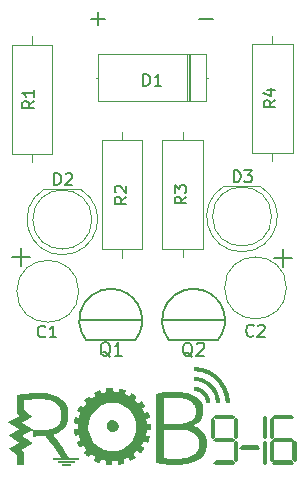
<source format=gbr>
%TF.GenerationSoftware,KiCad,Pcbnew,(7.0.0)*%
%TF.CreationDate,2023-03-16T10:54:00+00:00*%
%TF.ProjectId,kit-soldadura-pcb,6b69742d-736f-46c6-9461-647572612d70,rev?*%
%TF.SameCoordinates,Original*%
%TF.FileFunction,Legend,Top*%
%TF.FilePolarity,Positive*%
%FSLAX46Y46*%
G04 Gerber Fmt 4.6, Leading zero omitted, Abs format (unit mm)*
G04 Created by KiCad (PCBNEW (7.0.0)) date 2023-03-16 10:54:00*
%MOMM*%
%LPD*%
G01*
G04 APERTURE LIST*
%ADD10C,0.150000*%
%ADD11C,0.120000*%
%ADD12C,0.203200*%
G04 APERTURE END LIST*
D10*
X144098571Y-78469642D02*
X145241429Y-78469642D01*
X144670000Y-79041071D02*
X144670000Y-77898214D01*
X153208571Y-78469642D02*
X154351429Y-78469642D01*
%TO.C,D1*%
X148491905Y-84153517D02*
X148491905Y-83153517D01*
X148491905Y-83153517D02*
X148730000Y-83153517D01*
X148730000Y-83153517D02*
X148872857Y-83201137D01*
X148872857Y-83201137D02*
X148968095Y-83296375D01*
X148968095Y-83296375D02*
X149015714Y-83391613D01*
X149015714Y-83391613D02*
X149063333Y-83582089D01*
X149063333Y-83582089D02*
X149063333Y-83724946D01*
X149063333Y-83724946D02*
X149015714Y-83915422D01*
X149015714Y-83915422D02*
X148968095Y-84010660D01*
X148968095Y-84010660D02*
X148872857Y-84105898D01*
X148872857Y-84105898D02*
X148730000Y-84153517D01*
X148730000Y-84153517D02*
X148491905Y-84153517D01*
X150015714Y-84153517D02*
X149444286Y-84153517D01*
X149730000Y-84153517D02*
X149730000Y-83153517D01*
X149730000Y-83153517D02*
X149634762Y-83296375D01*
X149634762Y-83296375D02*
X149539524Y-83391613D01*
X149539524Y-83391613D02*
X149444286Y-83439232D01*
%TO.C,D2*%
X140958700Y-92528743D02*
X140958700Y-91528743D01*
X140958700Y-91528743D02*
X141196795Y-91528743D01*
X141196795Y-91528743D02*
X141339652Y-91576363D01*
X141339652Y-91576363D02*
X141434890Y-91671601D01*
X141434890Y-91671601D02*
X141482509Y-91766839D01*
X141482509Y-91766839D02*
X141530128Y-91957315D01*
X141530128Y-91957315D02*
X141530128Y-92100172D01*
X141530128Y-92100172D02*
X141482509Y-92290648D01*
X141482509Y-92290648D02*
X141434890Y-92385886D01*
X141434890Y-92385886D02*
X141339652Y-92481124D01*
X141339652Y-92481124D02*
X141196795Y-92528743D01*
X141196795Y-92528743D02*
X140958700Y-92528743D01*
X141911081Y-91623982D02*
X141958700Y-91576363D01*
X141958700Y-91576363D02*
X142053938Y-91528743D01*
X142053938Y-91528743D02*
X142292033Y-91528743D01*
X142292033Y-91528743D02*
X142387271Y-91576363D01*
X142387271Y-91576363D02*
X142434890Y-91623982D01*
X142434890Y-91623982D02*
X142482509Y-91719220D01*
X142482509Y-91719220D02*
X142482509Y-91814458D01*
X142482509Y-91814458D02*
X142434890Y-91957315D01*
X142434890Y-91957315D02*
X141863462Y-92528743D01*
X141863462Y-92528743D02*
X142482509Y-92528743D01*
%TO.C,D3*%
X156152172Y-92316741D02*
X156152172Y-91316741D01*
X156152172Y-91316741D02*
X156390267Y-91316741D01*
X156390267Y-91316741D02*
X156533124Y-91364361D01*
X156533124Y-91364361D02*
X156628362Y-91459599D01*
X156628362Y-91459599D02*
X156675981Y-91554837D01*
X156675981Y-91554837D02*
X156723600Y-91745313D01*
X156723600Y-91745313D02*
X156723600Y-91888170D01*
X156723600Y-91888170D02*
X156675981Y-92078646D01*
X156675981Y-92078646D02*
X156628362Y-92173884D01*
X156628362Y-92173884D02*
X156533124Y-92269122D01*
X156533124Y-92269122D02*
X156390267Y-92316741D01*
X156390267Y-92316741D02*
X156152172Y-92316741D01*
X157056934Y-91316741D02*
X157675981Y-91316741D01*
X157675981Y-91316741D02*
X157342648Y-91697694D01*
X157342648Y-91697694D02*
X157485505Y-91697694D01*
X157485505Y-91697694D02*
X157580743Y-91745313D01*
X157580743Y-91745313D02*
X157628362Y-91792932D01*
X157628362Y-91792932D02*
X157675981Y-91888170D01*
X157675981Y-91888170D02*
X157675981Y-92126265D01*
X157675981Y-92126265D02*
X157628362Y-92221503D01*
X157628362Y-92221503D02*
X157580743Y-92269122D01*
X157580743Y-92269122D02*
X157485505Y-92316741D01*
X157485505Y-92316741D02*
X157199791Y-92316741D01*
X157199791Y-92316741D02*
X157104553Y-92269122D01*
X157104553Y-92269122D02*
X157056934Y-92221503D01*
%TO.C,C2*%
X157823333Y-105282142D02*
X157775714Y-105329761D01*
X157775714Y-105329761D02*
X157632857Y-105377380D01*
X157632857Y-105377380D02*
X157537619Y-105377380D01*
X157537619Y-105377380D02*
X157394762Y-105329761D01*
X157394762Y-105329761D02*
X157299524Y-105234523D01*
X157299524Y-105234523D02*
X157251905Y-105139285D01*
X157251905Y-105139285D02*
X157204286Y-104948809D01*
X157204286Y-104948809D02*
X157204286Y-104805952D01*
X157204286Y-104805952D02*
X157251905Y-104615476D01*
X157251905Y-104615476D02*
X157299524Y-104520238D01*
X157299524Y-104520238D02*
X157394762Y-104425000D01*
X157394762Y-104425000D02*
X157537619Y-104377380D01*
X157537619Y-104377380D02*
X157632857Y-104377380D01*
X157632857Y-104377380D02*
X157775714Y-104425000D01*
X157775714Y-104425000D02*
X157823333Y-104472619D01*
X158204286Y-104472619D02*
X158251905Y-104425000D01*
X158251905Y-104425000D02*
X158347143Y-104377380D01*
X158347143Y-104377380D02*
X158585238Y-104377380D01*
X158585238Y-104377380D02*
X158680476Y-104425000D01*
X158680476Y-104425000D02*
X158728095Y-104472619D01*
X158728095Y-104472619D02*
X158775714Y-104567857D01*
X158775714Y-104567857D02*
X158775714Y-104663095D01*
X158775714Y-104663095D02*
X158728095Y-104805952D01*
X158728095Y-104805952D02*
X158156667Y-105377380D01*
X158156667Y-105377380D02*
X158775714Y-105377380D01*
X161064847Y-98765596D02*
X159541038Y-98765596D01*
X160302942Y-98003692D02*
X160302942Y-99527501D01*
%TO.C,C1*%
X140173333Y-105362142D02*
X140125714Y-105409761D01*
X140125714Y-105409761D02*
X139982857Y-105457380D01*
X139982857Y-105457380D02*
X139887619Y-105457380D01*
X139887619Y-105457380D02*
X139744762Y-105409761D01*
X139744762Y-105409761D02*
X139649524Y-105314523D01*
X139649524Y-105314523D02*
X139601905Y-105219285D01*
X139601905Y-105219285D02*
X139554286Y-105028809D01*
X139554286Y-105028809D02*
X139554286Y-104885952D01*
X139554286Y-104885952D02*
X139601905Y-104695476D01*
X139601905Y-104695476D02*
X139649524Y-104600238D01*
X139649524Y-104600238D02*
X139744762Y-104505000D01*
X139744762Y-104505000D02*
X139887619Y-104457380D01*
X139887619Y-104457380D02*
X139982857Y-104457380D01*
X139982857Y-104457380D02*
X140125714Y-104505000D01*
X140125714Y-104505000D02*
X140173333Y-104552619D01*
X141125714Y-105457380D02*
X140554286Y-105457380D01*
X140840000Y-105457380D02*
X140840000Y-104457380D01*
X140840000Y-104457380D02*
X140744762Y-104600238D01*
X140744762Y-104600238D02*
X140649524Y-104695476D01*
X140649524Y-104695476D02*
X140554286Y-104743095D01*
X137397378Y-98605513D02*
X138921188Y-98605513D01*
X138159283Y-99367417D02*
X138159283Y-97843608D01*
%TO.C,R1*%
X139247380Y-85442803D02*
X138771190Y-85776136D01*
X139247380Y-86014231D02*
X138247380Y-86014231D01*
X138247380Y-86014231D02*
X138247380Y-85633279D01*
X138247380Y-85633279D02*
X138295000Y-85538041D01*
X138295000Y-85538041D02*
X138342619Y-85490422D01*
X138342619Y-85490422D02*
X138437857Y-85442803D01*
X138437857Y-85442803D02*
X138580714Y-85442803D01*
X138580714Y-85442803D02*
X138675952Y-85490422D01*
X138675952Y-85490422D02*
X138723571Y-85538041D01*
X138723571Y-85538041D02*
X138771190Y-85633279D01*
X138771190Y-85633279D02*
X138771190Y-86014231D01*
X139247380Y-84490422D02*
X139247380Y-85061850D01*
X139247380Y-84776136D02*
X138247380Y-84776136D01*
X138247380Y-84776136D02*
X138390238Y-84871374D01*
X138390238Y-84871374D02*
X138485476Y-84966612D01*
X138485476Y-84966612D02*
X138533095Y-85061850D01*
%TO.C,R3*%
X152137380Y-93539418D02*
X151661190Y-93872751D01*
X152137380Y-94110846D02*
X151137380Y-94110846D01*
X151137380Y-94110846D02*
X151137380Y-93729894D01*
X151137380Y-93729894D02*
X151185000Y-93634656D01*
X151185000Y-93634656D02*
X151232619Y-93587037D01*
X151232619Y-93587037D02*
X151327857Y-93539418D01*
X151327857Y-93539418D02*
X151470714Y-93539418D01*
X151470714Y-93539418D02*
X151565952Y-93587037D01*
X151565952Y-93587037D02*
X151613571Y-93634656D01*
X151613571Y-93634656D02*
X151661190Y-93729894D01*
X151661190Y-93729894D02*
X151661190Y-94110846D01*
X151137380Y-93206084D02*
X151137380Y-92587037D01*
X151137380Y-92587037D02*
X151518333Y-92920370D01*
X151518333Y-92920370D02*
X151518333Y-92777513D01*
X151518333Y-92777513D02*
X151565952Y-92682275D01*
X151565952Y-92682275D02*
X151613571Y-92634656D01*
X151613571Y-92634656D02*
X151708809Y-92587037D01*
X151708809Y-92587037D02*
X151946904Y-92587037D01*
X151946904Y-92587037D02*
X152042142Y-92634656D01*
X152042142Y-92634656D02*
X152089761Y-92682275D01*
X152089761Y-92682275D02*
X152137380Y-92777513D01*
X152137380Y-92777513D02*
X152137380Y-93063227D01*
X152137380Y-93063227D02*
X152089761Y-93158465D01*
X152089761Y-93158465D02*
X152042142Y-93206084D01*
%TO.C,Q2*%
X152643333Y-107118133D02*
X152536666Y-107064800D01*
X152536666Y-107064800D02*
X152430000Y-106958133D01*
X152430000Y-106958133D02*
X152270000Y-106798133D01*
X152270000Y-106798133D02*
X152163333Y-106744800D01*
X152163333Y-106744800D02*
X152056666Y-106744800D01*
X152110000Y-107011466D02*
X152003333Y-106958133D01*
X152003333Y-106958133D02*
X151896666Y-106851466D01*
X151896666Y-106851466D02*
X151843333Y-106638133D01*
X151843333Y-106638133D02*
X151843333Y-106264800D01*
X151843333Y-106264800D02*
X151896666Y-106051466D01*
X151896666Y-106051466D02*
X152003333Y-105944800D01*
X152003333Y-105944800D02*
X152110000Y-105891466D01*
X152110000Y-105891466D02*
X152323333Y-105891466D01*
X152323333Y-105891466D02*
X152430000Y-105944800D01*
X152430000Y-105944800D02*
X152536666Y-106051466D01*
X152536666Y-106051466D02*
X152590000Y-106264800D01*
X152590000Y-106264800D02*
X152590000Y-106638133D01*
X152590000Y-106638133D02*
X152536666Y-106851466D01*
X152536666Y-106851466D02*
X152430000Y-106958133D01*
X152430000Y-106958133D02*
X152323333Y-107011466D01*
X152323333Y-107011466D02*
X152110000Y-107011466D01*
X153016666Y-105998133D02*
X153069999Y-105944800D01*
X153069999Y-105944800D02*
X153176666Y-105891466D01*
X153176666Y-105891466D02*
X153443333Y-105891466D01*
X153443333Y-105891466D02*
X153549999Y-105944800D01*
X153549999Y-105944800D02*
X153603333Y-105998133D01*
X153603333Y-105998133D02*
X153656666Y-106104800D01*
X153656666Y-106104800D02*
X153656666Y-106211466D01*
X153656666Y-106211466D02*
X153603333Y-106371466D01*
X153603333Y-106371466D02*
X152963333Y-107011466D01*
X152963333Y-107011466D02*
X153656666Y-107011466D01*
%TO.C,Q1*%
X145693333Y-107098133D02*
X145586666Y-107044800D01*
X145586666Y-107044800D02*
X145480000Y-106938133D01*
X145480000Y-106938133D02*
X145320000Y-106778133D01*
X145320000Y-106778133D02*
X145213333Y-106724800D01*
X145213333Y-106724800D02*
X145106666Y-106724800D01*
X145160000Y-106991466D02*
X145053333Y-106938133D01*
X145053333Y-106938133D02*
X144946666Y-106831466D01*
X144946666Y-106831466D02*
X144893333Y-106618133D01*
X144893333Y-106618133D02*
X144893333Y-106244800D01*
X144893333Y-106244800D02*
X144946666Y-106031466D01*
X144946666Y-106031466D02*
X145053333Y-105924800D01*
X145053333Y-105924800D02*
X145160000Y-105871466D01*
X145160000Y-105871466D02*
X145373333Y-105871466D01*
X145373333Y-105871466D02*
X145480000Y-105924800D01*
X145480000Y-105924800D02*
X145586666Y-106031466D01*
X145586666Y-106031466D02*
X145640000Y-106244800D01*
X145640000Y-106244800D02*
X145640000Y-106618133D01*
X145640000Y-106618133D02*
X145586666Y-106831466D01*
X145586666Y-106831466D02*
X145480000Y-106938133D01*
X145480000Y-106938133D02*
X145373333Y-106991466D01*
X145373333Y-106991466D02*
X145160000Y-106991466D01*
X146706666Y-106991466D02*
X146066666Y-106991466D01*
X146386666Y-106991466D02*
X146386666Y-105871466D01*
X146386666Y-105871466D02*
X146279999Y-106031466D01*
X146279999Y-106031466D02*
X146173333Y-106138133D01*
X146173333Y-106138133D02*
X146066666Y-106191466D01*
%TO.C,R4*%
X159669306Y-85366738D02*
X159193116Y-85700071D01*
X159669306Y-85938166D02*
X158669306Y-85938166D01*
X158669306Y-85938166D02*
X158669306Y-85557214D01*
X158669306Y-85557214D02*
X158716926Y-85461976D01*
X158716926Y-85461976D02*
X158764545Y-85414357D01*
X158764545Y-85414357D02*
X158859783Y-85366738D01*
X158859783Y-85366738D02*
X159002640Y-85366738D01*
X159002640Y-85366738D02*
X159097878Y-85414357D01*
X159097878Y-85414357D02*
X159145497Y-85461976D01*
X159145497Y-85461976D02*
X159193116Y-85557214D01*
X159193116Y-85557214D02*
X159193116Y-85938166D01*
X159002640Y-84509595D02*
X159669306Y-84509595D01*
X158621687Y-84747690D02*
X159335973Y-84985785D01*
X159335973Y-84985785D02*
X159335973Y-84366738D01*
%TO.C,R2*%
X147057380Y-93543441D02*
X146581190Y-93876774D01*
X147057380Y-94114869D02*
X146057380Y-94114869D01*
X146057380Y-94114869D02*
X146057380Y-93733917D01*
X146057380Y-93733917D02*
X146105000Y-93638679D01*
X146105000Y-93638679D02*
X146152619Y-93591060D01*
X146152619Y-93591060D02*
X146247857Y-93543441D01*
X146247857Y-93543441D02*
X146390714Y-93543441D01*
X146390714Y-93543441D02*
X146485952Y-93591060D01*
X146485952Y-93591060D02*
X146533571Y-93638679D01*
X146533571Y-93638679D02*
X146581190Y-93733917D01*
X146581190Y-93733917D02*
X146581190Y-94114869D01*
X146152619Y-93162488D02*
X146105000Y-93114869D01*
X146105000Y-93114869D02*
X146057380Y-93019631D01*
X146057380Y-93019631D02*
X146057380Y-92781536D01*
X146057380Y-92781536D02*
X146105000Y-92686298D01*
X146105000Y-92686298D02*
X146152619Y-92638679D01*
X146152619Y-92638679D02*
X146247857Y-92591060D01*
X146247857Y-92591060D02*
X146343095Y-92591060D01*
X146343095Y-92591060D02*
X146485952Y-92638679D01*
X146485952Y-92638679D02*
X147057380Y-93210107D01*
X147057380Y-93210107D02*
X147057380Y-92591060D01*
%TO.C,G\u002A\u002A\u002A*%
G36*
X142378929Y-116229350D02*
G01*
X142378929Y-116313689D01*
X142006433Y-116313689D01*
X141633937Y-116313689D01*
X141633937Y-116229350D01*
X141633937Y-116145012D01*
X142006433Y-116145012D01*
X142378929Y-116145012D01*
X142378929Y-116229350D01*
G37*
G36*
X139700842Y-110160177D02*
G01*
X139836781Y-110163112D01*
X139967943Y-110167388D01*
X140089116Y-110172906D01*
X140195089Y-110179570D01*
X140280650Y-110187280D01*
X140312631Y-110191280D01*
X140589303Y-110239793D01*
X140842491Y-110303500D01*
X141072442Y-110382522D01*
X141279399Y-110476977D01*
X141463610Y-110586985D01*
X141625320Y-110712666D01*
X141764774Y-110854139D01*
X141822709Y-110926134D01*
X141929381Y-111086164D01*
X142014356Y-111254986D01*
X142078306Y-111435037D01*
X142121902Y-111628752D01*
X142145817Y-111838565D01*
X142150724Y-112066913D01*
X142149620Y-112110811D01*
X142135890Y-112313404D01*
X142107554Y-112495048D01*
X142063424Y-112659497D01*
X142002314Y-112810506D01*
X141923037Y-112951828D01*
X141852016Y-113052328D01*
X141744487Y-113173831D01*
X141613460Y-113291301D01*
X141463533Y-113401619D01*
X141299308Y-113501668D01*
X141125382Y-113588329D01*
X140969770Y-113650402D01*
X140919718Y-113668524D01*
X140881792Y-113683187D01*
X140862209Y-113691953D01*
X140860833Y-113693127D01*
X140868979Y-113705103D01*
X140891608Y-113735716D01*
X140926007Y-113781366D01*
X140969463Y-113838450D01*
X141015624Y-113898637D01*
X141239080Y-114196048D01*
X141458405Y-114501650D01*
X141669083Y-114808871D01*
X141866601Y-115111136D01*
X142034737Y-115382388D01*
X142189167Y-115638857D01*
X142614374Y-115638918D01*
X143039582Y-115638980D01*
X143039582Y-115730347D01*
X143039582Y-115821713D01*
X141929123Y-115821713D01*
X140818663Y-115821713D01*
X140818663Y-115730347D01*
X140818663Y-115638980D01*
X141162356Y-115638980D01*
X141506048Y-115638980D01*
X141434631Y-115523014D01*
X141273288Y-115267697D01*
X141096777Y-115001252D01*
X140903655Y-114721583D01*
X140692482Y-114426592D01*
X140510712Y-114179684D01*
X140435418Y-114078660D01*
X140374913Y-113997995D01*
X140327244Y-113935467D01*
X140290460Y-113888852D01*
X140262608Y-113855925D01*
X140241735Y-113834462D01*
X140225889Y-113822240D01*
X140213118Y-113817034D01*
X140201469Y-113816621D01*
X140193151Y-113817950D01*
X140169504Y-113820109D01*
X140121284Y-113822556D01*
X140052033Y-113825180D01*
X139965288Y-113827870D01*
X139864588Y-113830515D01*
X139753473Y-113833003D01*
X139655492Y-113834875D01*
X139160002Y-113843614D01*
X139160002Y-113581640D01*
X139160002Y-113319666D01*
X139500871Y-113319609D01*
X139737001Y-113317369D01*
X139948007Y-113310472D01*
X140136553Y-113298524D01*
X140305305Y-113281131D01*
X140456926Y-113257899D01*
X140594080Y-113228435D01*
X140719432Y-113192345D01*
X140835645Y-113149235D01*
X140924087Y-113109302D01*
X141076406Y-113021285D01*
X141206055Y-112916768D01*
X141313611Y-112795061D01*
X141399649Y-112655473D01*
X141464747Y-112497311D01*
X141481673Y-112441138D01*
X141492383Y-112399580D01*
X141500349Y-112359738D01*
X141505969Y-112316437D01*
X141509640Y-112264500D01*
X141511757Y-112198751D01*
X141512719Y-112114013D01*
X141512921Y-112033501D01*
X141512798Y-111933864D01*
X141512007Y-111857139D01*
X141510074Y-111798127D01*
X141506520Y-111751627D01*
X141500870Y-111712438D01*
X141492648Y-111675362D01*
X141481377Y-111635198D01*
X141474288Y-111611808D01*
X141408078Y-111440830D01*
X141319549Y-111286825D01*
X141208911Y-111149948D01*
X141076372Y-111030355D01*
X140922142Y-110928204D01*
X140746432Y-110843649D01*
X140549449Y-110776846D01*
X140331405Y-110727953D01*
X140275614Y-110718848D01*
X140075319Y-110695208D01*
X139853983Y-110682132D01*
X139610408Y-110679613D01*
X139343398Y-110687644D01*
X139051755Y-110706218D01*
X138991325Y-110711117D01*
X138879267Y-110720590D01*
X138773320Y-110729713D01*
X138677525Y-110738126D01*
X138595922Y-110745468D01*
X138532552Y-110751377D01*
X138491456Y-110755495D01*
X138481779Y-110756606D01*
X138415011Y-110765014D01*
X138415011Y-111184783D01*
X138415011Y-111604552D01*
X138752365Y-111874469D01*
X138836010Y-111941667D01*
X138912101Y-112003323D01*
X138977977Y-112057238D01*
X139030976Y-112101214D01*
X139068436Y-112133053D01*
X139087697Y-112150555D01*
X139089720Y-112153132D01*
X139077938Y-112161862D01*
X139044436Y-112182769D01*
X138991987Y-112214220D01*
X138923360Y-112254586D01*
X138841326Y-112302234D01*
X138748655Y-112355534D01*
X138660999Y-112405538D01*
X138561299Y-112462434D01*
X138469815Y-112515090D01*
X138389315Y-112561877D01*
X138322571Y-112601167D01*
X138272350Y-112631330D01*
X138241422Y-112650739D01*
X138232364Y-112657619D01*
X138244007Y-112666505D01*
X138277159Y-112688228D01*
X138329219Y-112721172D01*
X138397584Y-112763719D01*
X138479654Y-112814252D01*
X138572825Y-112871154D01*
X138674495Y-112932807D01*
X138696561Y-112946133D01*
X138799224Y-113008491D01*
X138893457Y-113066502D01*
X138976735Y-113118554D01*
X139046531Y-113163030D01*
X139100317Y-113198318D01*
X139135568Y-113222802D01*
X139149755Y-113234868D01*
X139149794Y-113235700D01*
X139135457Y-113244518D01*
X139099369Y-113265497D01*
X139044307Y-113297057D01*
X138973047Y-113337619D01*
X138888365Y-113385603D01*
X138793037Y-113439428D01*
X138689838Y-113497517D01*
X138682083Y-113501875D01*
X138578466Y-113560189D01*
X138482558Y-113614337D01*
X138397128Y-113662745D01*
X138324944Y-113703834D01*
X138268775Y-113736030D01*
X138231390Y-113757756D01*
X138215556Y-113767435D01*
X138215316Y-113767631D01*
X138224467Y-113777046D01*
X138254757Y-113800109D01*
X138303759Y-113835140D01*
X138369045Y-113880462D01*
X138448186Y-113934394D01*
X138538755Y-113995257D01*
X138638324Y-114061373D01*
X138675445Y-114085836D01*
X138778004Y-114153458D01*
X138872838Y-114216319D01*
X138957459Y-114272743D01*
X139029375Y-114321054D01*
X139086097Y-114359578D01*
X139125134Y-114386639D01*
X139143996Y-114400561D01*
X139145372Y-114402012D01*
X139133403Y-114410025D01*
X139099342Y-114429852D01*
X139045866Y-114460009D01*
X138975651Y-114499011D01*
X138891373Y-114545372D01*
X138795709Y-114597608D01*
X138691334Y-114654234D01*
X138669608Y-114665978D01*
X138563427Y-114723436D01*
X138465060Y-114776857D01*
X138377244Y-114824738D01*
X138302716Y-114865580D01*
X138244215Y-114897881D01*
X138204477Y-114920140D01*
X138186239Y-114930856D01*
X138185434Y-114931460D01*
X138192319Y-114942895D01*
X138217576Y-114967237D01*
X138256980Y-115000664D01*
X138295950Y-115031454D01*
X138415011Y-115122902D01*
X138415011Y-115704239D01*
X138415011Y-116285576D01*
X138119825Y-116285576D01*
X137824640Y-116285576D01*
X137824640Y-115850620D01*
X137824640Y-115415664D01*
X137466744Y-115137256D01*
X137380016Y-115069519D01*
X137300831Y-115007156D01*
X137231821Y-114952278D01*
X137175618Y-114907000D01*
X137134852Y-114873433D01*
X137112155Y-114853692D01*
X137108304Y-114849388D01*
X137120088Y-114840724D01*
X137153834Y-114820333D01*
X137206742Y-114789798D01*
X137276009Y-114750702D01*
X137358836Y-114704627D01*
X137452422Y-114653156D01*
X137539997Y-114605445D01*
X137641263Y-114550374D01*
X137734797Y-114499250D01*
X137817691Y-114453682D01*
X137887036Y-114415279D01*
X137939923Y-114385652D01*
X137973445Y-114366409D01*
X137984531Y-114359428D01*
X137975936Y-114349440D01*
X137946206Y-114325833D01*
X137897773Y-114290318D01*
X137833068Y-114244605D01*
X137754523Y-114190406D01*
X137664568Y-114129430D01*
X137565636Y-114063389D01*
X137535118Y-114043207D01*
X137418781Y-113966323D01*
X137323980Y-113903308D01*
X137248711Y-113852666D01*
X137190969Y-113812899D01*
X137148749Y-113782511D01*
X137120047Y-113760004D01*
X137102857Y-113743881D01*
X137095175Y-113732645D01*
X137094996Y-113724798D01*
X137100315Y-113718843D01*
X137100563Y-113718661D01*
X137118898Y-113707257D01*
X137158728Y-113683826D01*
X137217029Y-113650102D01*
X137290781Y-113607819D01*
X137376962Y-113558708D01*
X137472551Y-113504505D01*
X137554623Y-113458157D01*
X137671417Y-113392043D01*
X137765477Y-113338100D01*
X137838772Y-113295086D01*
X137893272Y-113261757D01*
X137930949Y-113236868D01*
X137953773Y-113219176D01*
X137963713Y-113207437D01*
X137962823Y-113200481D01*
X137946587Y-113189318D01*
X137909234Y-113165574D01*
X137853774Y-113131104D01*
X137783215Y-113087759D01*
X137700568Y-113037391D01*
X137608841Y-112981852D01*
X137550539Y-112946722D01*
X137452802Y-112887903D01*
X137360509Y-112832301D01*
X137277028Y-112781949D01*
X137205727Y-112738881D01*
X137149977Y-112705130D01*
X137113144Y-112682732D01*
X137102341Y-112676095D01*
X137047722Y-112642197D01*
X137549548Y-112357070D01*
X138051373Y-112071943D01*
X137941521Y-111982947D01*
X137893969Y-111943835D01*
X137854550Y-111910317D01*
X137828522Y-111886922D01*
X137821341Y-111879387D01*
X137819390Y-111862953D01*
X137817551Y-111821027D01*
X137815860Y-111756231D01*
X137814353Y-111671187D01*
X137813065Y-111568516D01*
X137812033Y-111450840D01*
X137811291Y-111320779D01*
X137810875Y-111180955D01*
X137810799Y-111102803D01*
X137810584Y-110340783D01*
X137863295Y-110326589D01*
X138001785Y-110294051D01*
X138163396Y-110264386D01*
X138343219Y-110238306D01*
X138536345Y-110216523D01*
X138737867Y-110199748D01*
X138738309Y-110199718D01*
X138833020Y-110192944D01*
X138936124Y-110185132D01*
X139036045Y-110177182D01*
X139121206Y-110169997D01*
X139131890Y-110169051D01*
X139213543Y-110163809D01*
X139316476Y-110160399D01*
X139435478Y-110158723D01*
X139565337Y-110158681D01*
X139700842Y-110160177D01*
G37*
G36*
X142927130Y-112972733D02*
G01*
X143834286Y-112972733D01*
X143839774Y-113181375D01*
X143841001Y-113195351D01*
X143876526Y-113434586D01*
X143937338Y-113663244D01*
X144022151Y-113879922D01*
X144129677Y-114083220D01*
X144258632Y-114271735D01*
X144407728Y-114444066D01*
X144575679Y-114598811D01*
X144761198Y-114734569D01*
X144963000Y-114849937D01*
X145179798Y-114943515D01*
X145410306Y-115013900D01*
X145534601Y-115040765D01*
X145603999Y-115049672D01*
X145694336Y-115055340D01*
X145798641Y-115057889D01*
X145909942Y-115057438D01*
X146021268Y-115054107D01*
X146125646Y-115048017D01*
X146216105Y-115039287D01*
X146285673Y-115028037D01*
X146286621Y-115027828D01*
X146522938Y-114961555D01*
X146745328Y-114871440D01*
X146952556Y-114758726D01*
X147143384Y-114624655D01*
X147316577Y-114470471D01*
X147470900Y-114297417D01*
X147605115Y-114106735D01*
X147717987Y-113899669D01*
X147808279Y-113677461D01*
X147874757Y-113441356D01*
X147877752Y-113427738D01*
X147895439Y-113318813D01*
X147906583Y-113191082D01*
X147911186Y-113053078D01*
X147909248Y-112913336D01*
X147900768Y-112780390D01*
X147885746Y-112662774D01*
X147877752Y-112621223D01*
X147813207Y-112386653D01*
X147724888Y-112165412D01*
X147614183Y-111958839D01*
X147482478Y-111768270D01*
X147331159Y-111595043D01*
X147161612Y-111440494D01*
X146975225Y-111305962D01*
X146773382Y-111192784D01*
X146557472Y-111102296D01*
X146328879Y-111035836D01*
X146209391Y-111011886D01*
X146135971Y-111000303D01*
X146070782Y-110992751D01*
X146005383Y-110988786D01*
X145931333Y-110987965D01*
X145840191Y-110989846D01*
X145808702Y-110990856D01*
X145682695Y-110996887D01*
X145575693Y-111006652D01*
X145478672Y-111021709D01*
X145382610Y-111043614D01*
X145278482Y-111073921D01*
X145223232Y-111091829D01*
X145007289Y-111178071D01*
X144804167Y-111288273D01*
X144615565Y-111420577D01*
X144443184Y-111573123D01*
X144288723Y-111744053D01*
X144153882Y-111931508D01*
X144040361Y-112133627D01*
X143949861Y-112348553D01*
X143889805Y-112550125D01*
X143851216Y-112758974D01*
X143834286Y-112972733D01*
X142927130Y-112972733D01*
X142927130Y-112743352D01*
X142839278Y-112742514D01*
X142780684Y-112740198D01*
X142720943Y-112734968D01*
X142667545Y-112727810D01*
X142627980Y-112719708D01*
X142610354Y-112712390D01*
X142609269Y-112695652D01*
X142613145Y-112656806D01*
X142620995Y-112601221D01*
X142631833Y-112534264D01*
X142644673Y-112461304D01*
X142658528Y-112387710D01*
X142672413Y-112318851D01*
X142685339Y-112260094D01*
X142696323Y-112216808D01*
X142704376Y-112194362D01*
X142705854Y-112192611D01*
X142717309Y-112185782D01*
X142729050Y-112182873D01*
X142747470Y-112184636D01*
X142778961Y-112191826D01*
X142829916Y-112205197D01*
X142843742Y-112208876D01*
X142911666Y-112226235D01*
X142958151Y-112234752D01*
X142988785Y-112233315D01*
X143009159Y-112220810D01*
X143024863Y-112196126D01*
X143036261Y-112170551D01*
X143056542Y-112117779D01*
X143077678Y-112055429D01*
X143088481Y-112019868D01*
X143106341Y-111964304D01*
X143126675Y-111911036D01*
X143139022Y-111883860D01*
X143165598Y-111831767D01*
X143126564Y-111798922D01*
X143093678Y-111778109D01*
X143044185Y-111754492D01*
X142988502Y-111733013D01*
X142985691Y-111732067D01*
X142934358Y-111714464D01*
X142904657Y-111701497D01*
X142891524Y-111688977D01*
X142889900Y-111672713D01*
X142893200Y-111655493D01*
X142918073Y-111578186D01*
X142959961Y-111489589D01*
X143003330Y-111415805D01*
X143037013Y-111360631D01*
X143070710Y-111301483D01*
X143088542Y-111267892D01*
X143109983Y-111229320D01*
X143127897Y-111203623D01*
X143136035Y-111197142D01*
X143152775Y-111204286D01*
X143186051Y-111223113D01*
X143229003Y-111249718D01*
X143233772Y-111252789D01*
X143301765Y-111295918D01*
X143350639Y-111324502D01*
X143384247Y-111340202D01*
X143406440Y-111344680D01*
X143421071Y-111339596D01*
X143425491Y-111335457D01*
X143440464Y-111317350D01*
X143469302Y-111281256D01*
X143508666Y-111231420D01*
X143555217Y-111172088D01*
X143605613Y-111107504D01*
X143656515Y-111041915D01*
X143661695Y-111035218D01*
X143676395Y-111010159D01*
X143676878Y-110986406D01*
X143660718Y-110959617D01*
X143625489Y-110925449D01*
X143579307Y-110887808D01*
X143537337Y-110852092D01*
X143505828Y-110820071D01*
X143490188Y-110797410D01*
X143489388Y-110793652D01*
X143498143Y-110760946D01*
X143525348Y-110719352D01*
X143572410Y-110667278D01*
X143640737Y-110603131D01*
X143712243Y-110541559D01*
X143871844Y-110407835D01*
X143905619Y-110439565D01*
X143930901Y-110468048D01*
X143963239Y-110510764D01*
X143992006Y-110552967D01*
X144020820Y-110593876D01*
X144046178Y-110623217D01*
X144062680Y-110634755D01*
X144062886Y-110634762D01*
X144086993Y-110629347D01*
X144124244Y-110611908D01*
X144177144Y-110581022D01*
X144248195Y-110535268D01*
X144303822Y-110497884D01*
X144357222Y-110461501D01*
X144401458Y-110431205D01*
X144431720Y-110410298D01*
X144443113Y-110402175D01*
X144443300Y-110385023D01*
X144431953Y-110349948D01*
X144411718Y-110303302D01*
X144385242Y-110251433D01*
X144367226Y-110220057D01*
X144343198Y-110178971D01*
X144326958Y-110148893D01*
X144321955Y-110136223D01*
X144321992Y-110136192D01*
X144334515Y-110127060D01*
X144361610Y-110107037D01*
X144374944Y-110097145D01*
X144453649Y-110047553D01*
X144551265Y-109999913D01*
X144658678Y-109958424D01*
X144713189Y-109941304D01*
X144829308Y-109907780D01*
X144869011Y-110021830D01*
X144887244Y-110076905D01*
X144901113Y-110123927D01*
X144908353Y-110155027D01*
X144908901Y-110160479D01*
X144915336Y-110176633D01*
X144936204Y-110183700D01*
X144974327Y-110181460D01*
X145032527Y-110169687D01*
X145113623Y-110148160D01*
X145132293Y-110142822D01*
X145198616Y-110125143D01*
X145260788Y-110111123D01*
X145310322Y-110102549D01*
X145332246Y-110100739D01*
X145354586Y-110101160D01*
X145369729Y-110099591D01*
X145378076Y-110091788D01*
X145380034Y-110073507D01*
X145376003Y-110040504D01*
X145366388Y-109988535D01*
X145351593Y-109913354D01*
X145350557Y-109908056D01*
X145340845Y-109855895D01*
X145333790Y-109813435D01*
X145330804Y-109789227D01*
X145330783Y-109788269D01*
X145340904Y-109778665D01*
X145372660Y-109768790D01*
X145428136Y-109758163D01*
X145509418Y-109746302D01*
X145517031Y-109745294D01*
X145644753Y-109730732D01*
X145753189Y-109723035D01*
X145840110Y-109722258D01*
X145903286Y-109728458D01*
X145927267Y-109734924D01*
X145943674Y-109742299D01*
X145954153Y-109753131D01*
X145960032Y-109773081D01*
X145962640Y-109807809D01*
X145963304Y-109862976D01*
X145963323Y-109888598D01*
X145963929Y-109953565D01*
X145966332Y-109995676D01*
X145971405Y-110020174D01*
X145980023Y-110032301D01*
X145987922Y-110036027D01*
X146023322Y-110043959D01*
X146079376Y-110053338D01*
X146148736Y-110063132D01*
X146224053Y-110072307D01*
X146297978Y-110079831D01*
X146302606Y-110080242D01*
X146409957Y-110089689D01*
X146425113Y-110042502D01*
X146433985Y-110008166D01*
X146444565Y-109957921D01*
X146455067Y-109901586D01*
X146463700Y-109848983D01*
X146468679Y-109809933D01*
X146469249Y-109800073D01*
X146482211Y-109792523D01*
X146518778Y-109792983D01*
X146575770Y-109800924D01*
X146650008Y-109815817D01*
X146738311Y-109837134D01*
X146812142Y-109857100D01*
X146895181Y-109881822D01*
X146955902Y-109902749D01*
X146992510Y-109919199D01*
X147003355Y-109929559D01*
X146999192Y-109950201D01*
X146987868Y-109990727D01*
X146971331Y-110044427D01*
X146959247Y-110081595D01*
X146939210Y-110144117D01*
X146928119Y-110185691D01*
X146925105Y-110211714D01*
X146929300Y-110227582D01*
X146934649Y-110234216D01*
X146954101Y-110246981D01*
X146993844Y-110268716D01*
X147048610Y-110296679D01*
X147113133Y-110328126D01*
X147133181Y-110337630D01*
X147312060Y-110421878D01*
X147349786Y-110377274D01*
X147375430Y-110340937D01*
X147405048Y-110290218D01*
X147429726Y-110241304D01*
X147450960Y-110195790D01*
X147467354Y-110161479D01*
X147475618Y-110145247D01*
X147475845Y-110144914D01*
X147490868Y-110147030D01*
X147523976Y-110162932D01*
X147570668Y-110189663D01*
X147626446Y-110224269D01*
X147686808Y-110263793D01*
X147747255Y-110305280D01*
X147803286Y-110345776D01*
X147850402Y-110382323D01*
X147884103Y-110411968D01*
X147887156Y-110415049D01*
X147910542Y-110441613D01*
X147921734Y-110464874D01*
X147919302Y-110489964D01*
X147901813Y-110522012D01*
X147867835Y-110566151D01*
X147833659Y-110606772D01*
X147799675Y-110647312D01*
X147772602Y-110680850D01*
X147758028Y-110700454D01*
X147757691Y-110701006D01*
X147763306Y-110716667D01*
X147785587Y-110747341D01*
X147820582Y-110788929D01*
X147864339Y-110837332D01*
X147912905Y-110888453D01*
X147962327Y-110938192D01*
X148008655Y-110982452D01*
X148047934Y-111017134D01*
X148076214Y-111038140D01*
X148087026Y-111042521D01*
X148106659Y-111032039D01*
X148138054Y-111003770D01*
X148176187Y-110962478D01*
X148194454Y-110940612D01*
X148241507Y-110886613D01*
X148280418Y-110850162D01*
X148307920Y-110834291D01*
X148309394Y-110834020D01*
X148341659Y-110842654D01*
X148383622Y-110875024D01*
X148433527Y-110929190D01*
X148489620Y-111003213D01*
X148550146Y-111095154D01*
X148559613Y-111110558D01*
X148646828Y-111253708D01*
X148601275Y-111299221D01*
X148564207Y-111330150D01*
X148513674Y-111364758D01*
X148468927Y-111390950D01*
X148434387Y-111409035D01*
X148410341Y-111423867D01*
X148397064Y-111439722D01*
X148394830Y-111460876D01*
X148403913Y-111491603D01*
X148424587Y-111536179D01*
X148457125Y-111598879D01*
X148485740Y-111653233D01*
X148516399Y-111714026D01*
X148541394Y-111768030D01*
X148558064Y-111809186D01*
X148563766Y-111830851D01*
X148565574Y-111845175D01*
X148573671Y-111852035D01*
X148592066Y-111850568D01*
X148624768Y-111839909D01*
X148675786Y-111819197D01*
X148733795Y-111794238D01*
X148802047Y-111764885D01*
X148849819Y-111747944D01*
X148882719Y-111745340D01*
X148906351Y-111759000D01*
X148926321Y-111790851D01*
X148948235Y-111842818D01*
X148959661Y-111871852D01*
X148980174Y-111927776D01*
X149001556Y-111992602D01*
X149022271Y-112060765D01*
X149040783Y-112126700D01*
X149055556Y-112184843D01*
X149065053Y-112229629D01*
X149067738Y-112255495D01*
X149066611Y-112259248D01*
X149051734Y-112264034D01*
X149015416Y-112273142D01*
X148963725Y-112285101D01*
X148923223Y-112294037D01*
X148848163Y-112310126D01*
X148796513Y-112322473D01*
X148764476Y-112334414D01*
X148748256Y-112349287D01*
X148744055Y-112370426D01*
X148748076Y-112401171D01*
X148755836Y-112441138D01*
X148766377Y-112506739D01*
X148776284Y-112583618D01*
X148783321Y-112654121D01*
X148788220Y-112710565D01*
X148793529Y-112745059D01*
X148801777Y-112763684D01*
X148815494Y-112772523D01*
X148834491Y-112777115D01*
X148867320Y-112780883D01*
X148919161Y-112783778D01*
X148980912Y-112785357D01*
X149007471Y-112785521D01*
X149080360Y-112787280D01*
X149126844Y-112792679D01*
X149148416Y-112801905D01*
X149149290Y-112803091D01*
X149156169Y-112828569D01*
X149160870Y-112875289D01*
X149163516Y-112937526D01*
X149164229Y-113009551D01*
X149163131Y-113085638D01*
X149160345Y-113160060D01*
X149155994Y-113227090D01*
X149150199Y-113281001D01*
X149143084Y-113316066D01*
X149138112Y-113325787D01*
X149122219Y-113327060D01*
X149085522Y-113325712D01*
X149035145Y-113322363D01*
X148978210Y-113317635D01*
X148921839Y-113312149D01*
X148873154Y-113306525D01*
X148839279Y-113301384D01*
X148829191Y-113298856D01*
X148813681Y-113299293D01*
X148801326Y-113318094D01*
X148789533Y-113357196D01*
X148781729Y-113391534D01*
X148771076Y-113442790D01*
X148758852Y-113504265D01*
X148746336Y-113569257D01*
X148734805Y-113631063D01*
X148725538Y-113682984D01*
X148719814Y-113718317D01*
X148718600Y-113729086D01*
X148730946Y-113741311D01*
X148764068Y-113757731D01*
X148811417Y-113775941D01*
X148866444Y-113793530D01*
X148922598Y-113808093D01*
X148947310Y-113813168D01*
X148998748Y-113823647D01*
X149028277Y-113835888D01*
X149039481Y-113856253D01*
X149035942Y-113891099D01*
X149021693Y-113945178D01*
X149011631Y-113978054D01*
X148995457Y-114027501D01*
X148975160Y-114087795D01*
X148952726Y-114153211D01*
X148930143Y-114218026D01*
X148909397Y-114276517D01*
X148892477Y-114322958D01*
X148881370Y-114351627D01*
X148878447Y-114357761D01*
X148862732Y-114357721D01*
X148828016Y-114348060D01*
X148780701Y-114331194D01*
X148727193Y-114309537D01*
X148673895Y-114285505D01*
X148635879Y-114266282D01*
X148591621Y-114243447D01*
X148557968Y-114228055D01*
X148541489Y-114223080D01*
X148540981Y-114223321D01*
X148532702Y-114237054D01*
X148513888Y-114270783D01*
X148487194Y-114319677D01*
X148455277Y-114378906D01*
X148449796Y-114389144D01*
X148415623Y-114451852D01*
X148384358Y-114507077D01*
X148359264Y-114549197D01*
X148343606Y-114572588D01*
X148342684Y-114573680D01*
X148329103Y-114601590D01*
X148329874Y-114619849D01*
X148344734Y-114636200D01*
X148378217Y-114663006D01*
X148424905Y-114696150D01*
X148464684Y-114722282D01*
X148516542Y-114756573D01*
X148558170Y-114786596D01*
X148584593Y-114808605D01*
X148591447Y-114817723D01*
X148583485Y-114839894D01*
X148561348Y-114878635D01*
X148528706Y-114928790D01*
X148489227Y-114985204D01*
X148446581Y-115042722D01*
X148404435Y-115096190D01*
X148366459Y-115140451D01*
X148348298Y-115159376D01*
X148307303Y-115198023D01*
X148278935Y-115219580D01*
X148256781Y-115227641D01*
X148234428Y-115225799D01*
X148231144Y-115225012D01*
X148202021Y-115209653D01*
X148161587Y-115177740D01*
X148116305Y-115134496D01*
X148106931Y-115124621D01*
X148066948Y-115083986D01*
X148032375Y-115052859D01*
X148008708Y-115036036D01*
X148003470Y-115034386D01*
X147985980Y-115043614D01*
X147953364Y-115068479D01*
X147910600Y-115104970D01*
X147871592Y-115140624D01*
X147819361Y-115187904D01*
X147768334Y-115230903D01*
X147725523Y-115263866D01*
X147704575Y-115277674D01*
X147671842Y-115297782D01*
X147652472Y-115312423D01*
X147650222Y-115315681D01*
X147658508Y-115328889D01*
X147680850Y-115358633D01*
X147713351Y-115399817D01*
X147735236Y-115426833D01*
X147782711Y-115487258D01*
X147820885Y-115540450D01*
X147847254Y-115582539D01*
X147859313Y-115609651D01*
X147858466Y-115617274D01*
X147827458Y-115640393D01*
X147778590Y-115673767D01*
X147718210Y-115713360D01*
X147652665Y-115755137D01*
X147588303Y-115795060D01*
X147531474Y-115829095D01*
X147488526Y-115853205D01*
X147482443Y-115856339D01*
X147386185Y-115904814D01*
X147311811Y-115750812D01*
X147282215Y-115691544D01*
X147256047Y-115642851D01*
X147236079Y-115609643D01*
X147225081Y-115596829D01*
X147224874Y-115596810D01*
X147207859Y-115602432D01*
X147170936Y-115617725D01*
X147119604Y-115640329D01*
X147061524Y-115666881D01*
X146997472Y-115695647D01*
X146938419Y-115720379D01*
X146891429Y-115738224D01*
X146865752Y-115745948D01*
X146840219Y-115753936D01*
X146825767Y-115768332D01*
X146822327Y-115793443D01*
X146829827Y-115833578D01*
X146848198Y-115893045D01*
X146862658Y-115934840D01*
X146887119Y-116005910D01*
X146900804Y-116055538D01*
X146902454Y-116088739D01*
X146890810Y-116110522D01*
X146864611Y-116125902D01*
X146822599Y-116139891D01*
X146810224Y-116143539D01*
X146695260Y-116175972D01*
X146601140Y-116199485D01*
X146522492Y-116215309D01*
X146457776Y-116224281D01*
X146373724Y-116233066D01*
X146359061Y-116157412D01*
X146349112Y-116098892D01*
X146339622Y-116031523D01*
X146335214Y-115993905D01*
X146326030Y-115906052D01*
X146247233Y-115906052D01*
X146198942Y-115907679D01*
X146133093Y-115912056D01*
X146060023Y-115918426D01*
X146016682Y-115922926D01*
X145864928Y-115939801D01*
X145864928Y-116076632D01*
X145863543Y-116140037D01*
X145859828Y-116196335D01*
X145854445Y-116237186D01*
X145851219Y-116249520D01*
X145845376Y-116263425D01*
X145837477Y-116273526D01*
X145823902Y-116279907D01*
X145801033Y-116282651D01*
X145765250Y-116281843D01*
X145712936Y-116277566D01*
X145640471Y-116269904D01*
X145544236Y-116258942D01*
X145527573Y-116257023D01*
X145452710Y-116248355D01*
X145388379Y-116240815D01*
X145339442Y-116234981D01*
X145310760Y-116231429D01*
X145305323Y-116230643D01*
X145304445Y-116216957D01*
X145307744Y-116182270D01*
X145314202Y-116133211D01*
X145322801Y-116076407D01*
X145332522Y-116018486D01*
X145342347Y-115966077D01*
X145351258Y-115925807D01*
X145353368Y-115917901D01*
X145348843Y-115902012D01*
X145324767Y-115885922D01*
X145279020Y-115868833D01*
X145209484Y-115849943D01*
X145119936Y-115829701D01*
X145062616Y-115815895D01*
X145011051Y-115800672D01*
X144975820Y-115787179D01*
X144974251Y-115786387D01*
X144945078Y-115771983D01*
X144929166Y-115765515D01*
X144928853Y-115765488D01*
X144917946Y-115777814D01*
X144900729Y-115810789D01*
X144879834Y-115858411D01*
X144857892Y-115914676D01*
X144837533Y-115973580D01*
X144837227Y-115974535D01*
X144819438Y-116024636D01*
X144802441Y-116063252D01*
X144789426Y-116083316D01*
X144787610Y-116084470D01*
X144766262Y-116082427D01*
X144725554Y-116070067D01*
X144670392Y-116049593D01*
X144605681Y-116023208D01*
X144536329Y-115993116D01*
X144467243Y-115961519D01*
X144403329Y-115930621D01*
X144349493Y-115902624D01*
X144310642Y-115879732D01*
X144291683Y-115864148D01*
X144290606Y-115861316D01*
X144297293Y-115842369D01*
X144315324Y-115805286D01*
X144341656Y-115756081D01*
X144362639Y-115718960D01*
X144434672Y-115594148D01*
X144407321Y-115556824D01*
X144382918Y-115532627D01*
X144341483Y-115500360D01*
X144290508Y-115465698D01*
X144270706Y-115453387D01*
X144215216Y-115418988D01*
X144163254Y-115385356D01*
X144123739Y-115358305D01*
X144115149Y-115351966D01*
X144068858Y-115316657D01*
X143999983Y-115389966D01*
X143959348Y-115435951D01*
X143921939Y-115482895D01*
X143898483Y-115516602D01*
X143877560Y-115548993D01*
X143862657Y-115560993D01*
X143845187Y-115556229D01*
X143828730Y-115546081D01*
X143778206Y-115510640D01*
X143720873Y-115465625D01*
X143660793Y-115414815D01*
X143602029Y-115361988D01*
X143548643Y-115310921D01*
X143504698Y-115265393D01*
X143474256Y-115229182D01*
X143461380Y-115206065D01*
X143461208Y-115204306D01*
X143470925Y-115186157D01*
X143497301Y-115154051D01*
X143536090Y-115112823D01*
X143574456Y-115075342D01*
X143687771Y-114968540D01*
X143608010Y-114871524D01*
X143562407Y-114814140D01*
X143515363Y-114751861D01*
X143476074Y-114696902D01*
X143471502Y-114690169D01*
X143443258Y-114648308D01*
X143421716Y-114616597D01*
X143411140Y-114601308D01*
X143410843Y-114600915D01*
X143398444Y-114606196D01*
X143368531Y-114624467D01*
X143326461Y-114652371D01*
X143303733Y-114668053D01*
X143250818Y-114701991D01*
X143199982Y-114729475D01*
X143159906Y-114745967D01*
X143150400Y-114748243D01*
X143100267Y-114756378D01*
X143001265Y-114575681D01*
X142963956Y-114507343D01*
X142929681Y-114444120D01*
X142901603Y-114391881D01*
X142882889Y-114356495D01*
X142879353Y-114349605D01*
X142856441Y-114304227D01*
X142909377Y-114270809D01*
X142951421Y-114248134D01*
X143006923Y-114223133D01*
X143053659Y-114204976D01*
X143100921Y-114187541D01*
X143137285Y-114172897D01*
X143154936Y-114164194D01*
X143154981Y-114164156D01*
X143154437Y-114148324D01*
X143144658Y-114112900D01*
X143127513Y-114064114D01*
X143116662Y-114036408D01*
X143090843Y-113967066D01*
X143066419Y-113892051D01*
X143047993Y-113825675D01*
X143045553Y-113815237D01*
X143036336Y-113771805D01*
X143028291Y-113742756D01*
X143016474Y-113726618D01*
X142995941Y-113721921D01*
X142961749Y-113727194D01*
X142908953Y-113740965D01*
X142850102Y-113757086D01*
X142783042Y-113774549D01*
X142737751Y-113782611D01*
X142708870Y-113779248D01*
X142691038Y-113762434D01*
X142678898Y-113730145D01*
X142668966Y-113688648D01*
X142638648Y-113536331D01*
X142621854Y-113406878D01*
X142617995Y-113323180D01*
X142617888Y-113235327D01*
X142728583Y-113235327D01*
X142788139Y-113234206D01*
X142842322Y-113231249D01*
X142880376Y-113227068D01*
X142883204Y-113226542D01*
X142927130Y-113217757D01*
X142927130Y-112980554D01*
X142927130Y-112972733D01*
G37*
G36*
X156203445Y-115962278D02*
G01*
X156301086Y-116060673D01*
X156203445Y-116159068D01*
X156105803Y-116257463D01*
X155360058Y-116257463D01*
X154614312Y-116257463D01*
X154516671Y-116159068D01*
X154419030Y-116060673D01*
X154516671Y-115962278D01*
X154614312Y-115863883D01*
X155360058Y-115863883D01*
X156105803Y-115863883D01*
X156203445Y-115962278D01*
G37*
G36*
X161179427Y-115962278D02*
G01*
X161277068Y-116060673D01*
X161179427Y-116159068D01*
X161081786Y-116257463D01*
X160336040Y-116257463D01*
X159590294Y-116257463D01*
X159492653Y-116159068D01*
X159395012Y-116060673D01*
X159492653Y-115962278D01*
X159590294Y-115863883D01*
X160336040Y-115863883D01*
X161081786Y-115863883D01*
X161179427Y-115962278D01*
G37*
G36*
X149603943Y-112759455D02*
G01*
X149603943Y-111691938D01*
X150208370Y-111691938D01*
X150208370Y-112759455D01*
X151006073Y-112753422D01*
X151177970Y-112752065D01*
X151324377Y-112750736D01*
X151447917Y-112749335D01*
X151551213Y-112747764D01*
X151636886Y-112745925D01*
X151707560Y-112743718D01*
X151765857Y-112741044D01*
X151814401Y-112737805D01*
X151855813Y-112733903D01*
X151892716Y-112729238D01*
X151927734Y-112723712D01*
X151962464Y-112717419D01*
X152141016Y-112677031D01*
X152296086Y-112627101D01*
X152431167Y-112566014D01*
X152549751Y-112492151D01*
X152655331Y-112403895D01*
X152669799Y-112389776D01*
X152762853Y-112283892D01*
X152834808Y-112170734D01*
X152887019Y-112046647D01*
X152920843Y-111907977D01*
X152937634Y-111751068D01*
X152940084Y-111661005D01*
X152937162Y-111542524D01*
X152926099Y-111442610D01*
X152905106Y-111352443D01*
X152872388Y-111263203D01*
X152848688Y-111211199D01*
X152803169Y-111136216D01*
X152738191Y-111055457D01*
X152659842Y-110974873D01*
X152574214Y-110900411D01*
X152487398Y-110838023D01*
X152436317Y-110808364D01*
X152298896Y-110744760D01*
X152149888Y-110691472D01*
X151984990Y-110647296D01*
X151799904Y-110611026D01*
X151656184Y-110589716D01*
X151566779Y-110580977D01*
X151454431Y-110574812D01*
X151324181Y-110571122D01*
X151181073Y-110569814D01*
X151030149Y-110570789D01*
X150876451Y-110573954D01*
X150725021Y-110579210D01*
X150580903Y-110586463D01*
X150449138Y-110595617D01*
X150334769Y-110606575D01*
X150261082Y-110616282D01*
X150208370Y-110624421D01*
X150208370Y-111691938D01*
X149603943Y-111691938D01*
X149603943Y-110214275D01*
X149656654Y-110200709D01*
X149809494Y-110166375D01*
X149985004Y-110135584D01*
X150177916Y-110108754D01*
X150382960Y-110086303D01*
X150594869Y-110068651D01*
X150808374Y-110056215D01*
X151018207Y-110049415D01*
X151219097Y-110048667D01*
X151405778Y-110054392D01*
X151459394Y-110057511D01*
X151742406Y-110082115D01*
X152000878Y-110117547D01*
X152236427Y-110164336D01*
X152450672Y-110223012D01*
X152645230Y-110294104D01*
X152821720Y-110378142D01*
X152981760Y-110475657D01*
X153126968Y-110587177D01*
X153156504Y-110613122D01*
X153226345Y-110684180D01*
X153299081Y-110772309D01*
X153367820Y-110868225D01*
X153425669Y-110962642D01*
X153448185Y-111006033D01*
X153507517Y-111158348D01*
X153548237Y-111326210D01*
X153570342Y-111504089D01*
X153573827Y-111686458D01*
X153558689Y-111867787D01*
X153524922Y-112042550D01*
X153472523Y-112205218D01*
X153449124Y-112259698D01*
X153359410Y-112421833D01*
X153248151Y-112568680D01*
X153118039Y-112697644D01*
X152971765Y-112806132D01*
X152812022Y-112891547D01*
X152779002Y-112905509D01*
X152671881Y-112948877D01*
X152800087Y-112987691D01*
X153004492Y-113061936D01*
X153188686Y-113154524D01*
X153352090Y-113264890D01*
X153494130Y-113392466D01*
X153614230Y-113536687D01*
X153711814Y-113696986D01*
X153786306Y-113872795D01*
X153821430Y-113992513D01*
X153855386Y-114172436D01*
X153872893Y-114364831D01*
X153873346Y-114558945D01*
X153861520Y-114704226D01*
X153825987Y-114905401D01*
X153770231Y-115088574D01*
X153692907Y-115256577D01*
X153592665Y-115412242D01*
X153468160Y-115558403D01*
X153443021Y-115583967D01*
X153293751Y-115715176D01*
X153124063Y-115831445D01*
X152933255Y-115933051D01*
X152720627Y-116020270D01*
X152485480Y-116093378D01*
X152227113Y-116152653D01*
X151944825Y-116198370D01*
X151860002Y-116208943D01*
X151783944Y-116215922D01*
X151684907Y-116222100D01*
X151567998Y-116227399D01*
X151438320Y-116231739D01*
X151300980Y-116235040D01*
X151161082Y-116237222D01*
X151023731Y-116238206D01*
X150894032Y-116237912D01*
X150777090Y-116236260D01*
X150678010Y-116233171D01*
X150601950Y-116228570D01*
X150484496Y-116217522D01*
X150360652Y-116204104D01*
X150234456Y-116188906D01*
X150109948Y-116172519D01*
X149991169Y-116155532D01*
X149882159Y-116138536D01*
X149786955Y-116122121D01*
X149709600Y-116106877D01*
X149654132Y-116093394D01*
X149635570Y-116087386D01*
X149603943Y-116075425D01*
X149603943Y-113274913D01*
X150208370Y-113274913D01*
X150208370Y-114470055D01*
X150208395Y-114681255D01*
X150208494Y-114866104D01*
X150208702Y-115026361D01*
X150209057Y-115163789D01*
X150209593Y-115280148D01*
X150210347Y-115377200D01*
X150211356Y-115456705D01*
X150212654Y-115520424D01*
X150214278Y-115570119D01*
X150216265Y-115607550D01*
X150218649Y-115634479D01*
X150221468Y-115652666D01*
X150224757Y-115663874D01*
X150228552Y-115669861D01*
X150232889Y-115672391D01*
X150232969Y-115672415D01*
X150256068Y-115676219D01*
X150302251Y-115681544D01*
X150366555Y-115687970D01*
X150444016Y-115695079D01*
X150529672Y-115702455D01*
X150618560Y-115709680D01*
X150705717Y-115716334D01*
X150786181Y-115722001D01*
X150854988Y-115726263D01*
X150897136Y-115728334D01*
X150997415Y-115730477D01*
X151117738Y-115730061D01*
X151250179Y-115727350D01*
X151386810Y-115722608D01*
X151519706Y-115716100D01*
X151640939Y-115708089D01*
X151724539Y-115700743D01*
X151964768Y-115669833D01*
X152180493Y-115627940D01*
X152373395Y-115574309D01*
X152545159Y-115508182D01*
X152697466Y-115428802D01*
X152831999Y-115335414D01*
X152950441Y-115227261D01*
X153054474Y-115103586D01*
X153055363Y-115102382D01*
X153129738Y-114978389D01*
X153183565Y-114835761D01*
X153216909Y-114674254D01*
X153229839Y-114493622D01*
X153230016Y-114462345D01*
X153219743Y-114273272D01*
X153189737Y-114102422D01*
X153139457Y-113949257D01*
X153068361Y-113813241D01*
X152975908Y-113693835D01*
X152861556Y-113590501D01*
X152724764Y-113502702D01*
X152564991Y-113429901D01*
X152381695Y-113371560D01*
X152174335Y-113327140D01*
X152070849Y-113311252D01*
X152028252Y-113306118D01*
X151979284Y-113301654D01*
X151921549Y-113297792D01*
X151852654Y-113294459D01*
X151770202Y-113291587D01*
X151671798Y-113289106D01*
X151555046Y-113286945D01*
X151417553Y-113285034D01*
X151256922Y-113283304D01*
X151070758Y-113281684D01*
X151055271Y-113281562D01*
X150208370Y-113274913D01*
X149603943Y-113274913D01*
X149603943Y-113144850D01*
X149603943Y-112759455D01*
G37*
G36*
X158881212Y-114240378D02*
G01*
X158979593Y-114338004D01*
X158979593Y-115196202D01*
X158979593Y-116054399D01*
X158884359Y-116148903D01*
X158842673Y-116189581D01*
X158808666Y-116221477D01*
X158787042Y-116240247D01*
X158782044Y-116243407D01*
X158769656Y-116234093D01*
X158742542Y-116209190D01*
X158705584Y-116173254D01*
X158687516Y-116155176D01*
X158600069Y-116066945D01*
X158600069Y-115195417D01*
X158600069Y-114323890D01*
X158691450Y-114233320D01*
X158782832Y-114142751D01*
X158881212Y-114240378D01*
G37*
G36*
X142702227Y-115983363D02*
G01*
X142702227Y-116074730D01*
X141964264Y-116074730D01*
X141226300Y-116074730D01*
X141226300Y-115983363D01*
X141226300Y-115891996D01*
X141964264Y-115891996D01*
X142702227Y-115891996D01*
X142702227Y-115983363D01*
G37*
G36*
X156425199Y-114244218D02*
G01*
X156519715Y-114339464D01*
X156519715Y-115091508D01*
X156519715Y-115843552D01*
X156424469Y-115938068D01*
X156329223Y-116032584D01*
X156234707Y-115937338D01*
X156140191Y-115842093D01*
X156140191Y-115090048D01*
X156140191Y-114338004D01*
X156235437Y-114243488D01*
X156330683Y-114148972D01*
X156425199Y-114244218D01*
G37*
G36*
X159461391Y-114244218D02*
G01*
X159555907Y-114339464D01*
X159555907Y-115091508D01*
X159555907Y-115843552D01*
X159460661Y-115938068D01*
X159365415Y-116032584D01*
X159270899Y-115937338D01*
X159176383Y-115842093D01*
X159176383Y-115090048D01*
X159176383Y-114338004D01*
X159271629Y-114243488D01*
X159366875Y-114148972D01*
X159461391Y-114244218D01*
G37*
G36*
X161401181Y-114244218D02*
G01*
X161495697Y-114339464D01*
X161495697Y-115091508D01*
X161495697Y-115843552D01*
X161400451Y-115938068D01*
X161305205Y-116032584D01*
X161210689Y-115937338D01*
X161116173Y-115842093D01*
X161116173Y-115090048D01*
X161116173Y-114338004D01*
X161211419Y-114243488D01*
X161306665Y-114148972D01*
X161401181Y-114244218D01*
G37*
G36*
X158304883Y-114690169D02*
G01*
X158395438Y-114781536D01*
X158304883Y-114872903D01*
X158214329Y-114964270D01*
X157510694Y-114964270D01*
X156807060Y-114964270D01*
X156716099Y-114872328D01*
X156625138Y-114780385D01*
X156718478Y-114689594D01*
X156811819Y-114598803D01*
X157513074Y-114598803D01*
X158214329Y-114598803D01*
X158304883Y-114690169D01*
G37*
G36*
X156207365Y-114026381D02*
G01*
X156246512Y-114067378D01*
X156276604Y-114101748D01*
X156293064Y-114124133D01*
X156294812Y-114128696D01*
X156285419Y-114144310D01*
X156260319Y-114174033D01*
X156224129Y-114212552D01*
X156206581Y-114230227D01*
X156118350Y-114317674D01*
X155366331Y-114317674D01*
X154614312Y-114317674D01*
X154516686Y-114219293D01*
X154419059Y-114120913D01*
X154509628Y-114029531D01*
X154600198Y-113938150D01*
X155360058Y-113938150D01*
X156119918Y-113938150D01*
X156207365Y-114026381D01*
G37*
G36*
X161186470Y-114029531D02*
G01*
X161277039Y-114120913D01*
X161179412Y-114219293D01*
X161081786Y-114317674D01*
X160336040Y-114317674D01*
X159590294Y-114317674D01*
X159492668Y-114219293D01*
X159395041Y-114120913D01*
X159485611Y-114029531D01*
X159576180Y-113938150D01*
X160336040Y-113938150D01*
X161095900Y-113938150D01*
X161186470Y-114029531D01*
G37*
G36*
X154405400Y-112232684D02*
G01*
X154435826Y-112257986D01*
X154475387Y-112294723D01*
X154499477Y-112318497D01*
X154593981Y-112413731D01*
X154593981Y-113156222D01*
X154593981Y-113898714D01*
X154500308Y-113995742D01*
X154459215Y-114037437D01*
X154425366Y-114070156D01*
X154403440Y-114089464D01*
X154398022Y-114092770D01*
X154385037Y-114083424D01*
X154357207Y-114058310D01*
X154319286Y-114021818D01*
X154294905Y-113997537D01*
X154200401Y-113902303D01*
X154200401Y-113152933D01*
X154200401Y-112403564D01*
X154286968Y-112313413D01*
X154327305Y-112273141D01*
X154361520Y-112242149D01*
X154384293Y-112225123D01*
X154389254Y-112223263D01*
X154405400Y-112232684D01*
G37*
G36*
X156425199Y-112304428D02*
G01*
X156519715Y-112399674D01*
X156519715Y-113151718D01*
X156519715Y-113903762D01*
X156424469Y-113998279D01*
X156329223Y-114092795D01*
X156234707Y-113997549D01*
X156140191Y-113902303D01*
X156140191Y-113150259D01*
X156140191Y-112398215D01*
X156235437Y-112303698D01*
X156330683Y-112209182D01*
X156425199Y-112304428D01*
G37*
G36*
X159461391Y-112304428D02*
G01*
X159555907Y-112399674D01*
X159555907Y-113151718D01*
X159555907Y-113903762D01*
X159460661Y-113998279D01*
X159365415Y-114092795D01*
X159270899Y-113997549D01*
X159176383Y-113902303D01*
X159176383Y-113150259D01*
X159176383Y-112398215D01*
X159271629Y-112303698D01*
X159366875Y-112209182D01*
X159461391Y-112304428D01*
G37*
G36*
X158885077Y-112079525D02*
G01*
X158979593Y-112174771D01*
X158979593Y-113039296D01*
X158979593Y-113903821D01*
X158891362Y-113991267D01*
X158850364Y-114030414D01*
X158815995Y-114060507D01*
X158793609Y-114076967D01*
X158789047Y-114078714D01*
X158773433Y-114069321D01*
X158743710Y-114044221D01*
X158705190Y-114008032D01*
X158687516Y-113990483D01*
X158600069Y-113902252D01*
X158600069Y-113037782D01*
X158600069Y-112173311D01*
X158695315Y-112078795D01*
X158790561Y-111984279D01*
X158885077Y-112079525D01*
G37*
G36*
X156207365Y-112086591D02*
G01*
X156246512Y-112127588D01*
X156276604Y-112161958D01*
X156293064Y-112184343D01*
X156294812Y-112188906D01*
X156285419Y-112204520D01*
X156260319Y-112234243D01*
X156224129Y-112272763D01*
X156206581Y-112290437D01*
X156118350Y-112377884D01*
X155366331Y-112377884D01*
X154614312Y-112377884D01*
X154516686Y-112279503D01*
X154419059Y-112181123D01*
X154509628Y-112089741D01*
X154600198Y-111998360D01*
X155360058Y-111998360D01*
X156119918Y-111998360D01*
X156207365Y-112086591D01*
G37*
G36*
X161186470Y-112089741D02*
G01*
X161277039Y-112181123D01*
X161179412Y-112279503D01*
X161081786Y-112377884D01*
X160336040Y-112377884D01*
X159590294Y-112377884D01*
X159492668Y-112279503D01*
X159395041Y-112181123D01*
X159485611Y-112089741D01*
X159576180Y-111998360D01*
X160336040Y-111998360D01*
X161095900Y-111998360D01*
X161186470Y-112089741D01*
G37*
G36*
X152907638Y-109626680D02*
G01*
X152919597Y-109627773D01*
X153101308Y-109658541D01*
X153278771Y-109715818D01*
X153448699Y-109798017D01*
X153607807Y-109903552D01*
X153751366Y-110029389D01*
X153875663Y-110172046D01*
X153978131Y-110327693D01*
X154057225Y-110493060D01*
X154111400Y-110664878D01*
X154139109Y-110839879D01*
X154139960Y-110851328D01*
X154143389Y-110918425D01*
X154139893Y-110964033D01*
X154125227Y-110992293D01*
X154095145Y-111007347D01*
X154045401Y-111013338D01*
X153972811Y-111014409D01*
X153910454Y-111013472D01*
X153869398Y-111009827D01*
X153842870Y-111002219D01*
X153824097Y-110989396D01*
X153820877Y-110986296D01*
X153798459Y-110947140D01*
X153792764Y-110911234D01*
X153786418Y-110849288D01*
X153768976Y-110770744D01*
X153742836Y-110683664D01*
X153710395Y-110596113D01*
X153677218Y-110522433D01*
X153637343Y-110450181D01*
X153592471Y-110386216D01*
X153535181Y-110320497D01*
X153504833Y-110289150D01*
X153391272Y-110186627D01*
X153274208Y-110106953D01*
X153147484Y-110046972D01*
X153004942Y-110003528D01*
X152909680Y-109984159D01*
X152853955Y-109972972D01*
X152808222Y-109960913D01*
X152780192Y-109950112D01*
X152776288Y-109947336D01*
X152767921Y-109926055D01*
X152760601Y-109884214D01*
X152755540Y-109829366D01*
X152754690Y-109812658D01*
X152752819Y-109754270D01*
X152754204Y-109716410D01*
X152760436Y-109691543D01*
X152773107Y-109672131D01*
X152787580Y-109656832D01*
X152809771Y-109636761D01*
X152831196Y-109626362D01*
X152860827Y-109623660D01*
X152907638Y-109626680D01*
G37*
G36*
X152924415Y-108788018D02*
G01*
X153009676Y-108795521D01*
X153107113Y-108809420D01*
X153211872Y-108828958D01*
X153319097Y-108853376D01*
X153423933Y-108881915D01*
X153482514Y-108900318D01*
X153707465Y-108989528D01*
X153919096Y-109102397D01*
X154115952Y-109237099D01*
X154296580Y-109391808D01*
X154459524Y-109564698D01*
X154603332Y-109753942D01*
X154726548Y-109957713D01*
X154827718Y-110174185D01*
X154905387Y-110401532D01*
X154958102Y-110637927D01*
X154976474Y-110776497D01*
X154983209Y-110848070D01*
X154986361Y-110897595D01*
X154985705Y-110930937D01*
X154981018Y-110953958D01*
X154972079Y-110972522D01*
X154968828Y-110977653D01*
X154956029Y-110994882D01*
X154940855Y-111005667D01*
X154916956Y-111011513D01*
X154877980Y-111013925D01*
X154817576Y-111014408D01*
X154813711Y-111014409D01*
X154748574Y-111013444D01*
X154705535Y-111009913D01*
X154678628Y-111002857D01*
X154661882Y-110991317D01*
X154660474Y-110989810D01*
X154646845Y-110960597D01*
X154634209Y-110905240D01*
X154623001Y-110825702D01*
X154622099Y-110817618D01*
X154584107Y-110586140D01*
X154522242Y-110369242D01*
X154436081Y-110166004D01*
X154325203Y-109975503D01*
X154189186Y-109796817D01*
X154120269Y-109720653D01*
X153952451Y-109563770D01*
X153770601Y-109430529D01*
X153576235Y-109321704D01*
X153370870Y-109238071D01*
X153156019Y-109180407D01*
X153021817Y-109158424D01*
X152940252Y-109148005D01*
X152881853Y-109139789D01*
X152841865Y-109132665D01*
X152815537Y-109125523D01*
X152798117Y-109117255D01*
X152784851Y-109106751D01*
X152779916Y-109101948D01*
X152764892Y-109081162D01*
X152756481Y-109051466D01*
X152753089Y-109005266D01*
X152752779Y-108972710D01*
X152754292Y-108902020D01*
X152759656Y-108854044D01*
X152770580Y-108823464D01*
X152788775Y-108804961D01*
X152809843Y-108795237D01*
X152856186Y-108787671D01*
X152924415Y-108788018D01*
G37*
G36*
X153025262Y-107968792D02*
G01*
X153149356Y-107981936D01*
X153284515Y-108002460D01*
X153423069Y-108029232D01*
X153530232Y-108054146D01*
X153802695Y-108137089D01*
X154064942Y-108245485D01*
X154315352Y-108378020D01*
X154552300Y-108533378D01*
X154774165Y-108710246D01*
X154979323Y-108907307D01*
X155166151Y-109123249D01*
X155333028Y-109356756D01*
X155478330Y-109606514D01*
X155500768Y-109650493D01*
X155586596Y-109842116D01*
X155661012Y-110048594D01*
X155722136Y-110262676D01*
X155768084Y-110477109D01*
X155796974Y-110684642D01*
X155806204Y-110827359D01*
X155806707Y-110902907D01*
X155800434Y-110954861D01*
X155783351Y-110987604D01*
X155751428Y-111005519D01*
X155700631Y-111012990D01*
X155634159Y-111014409D01*
X155572727Y-111013508D01*
X155532667Y-111009951D01*
X155507267Y-111002451D01*
X155489821Y-110989723D01*
X155486386Y-110986097D01*
X155474075Y-110966217D01*
X155464633Y-110934351D01*
X155457090Y-110885524D01*
X155450477Y-110814762D01*
X155448909Y-110793808D01*
X155415733Y-110527950D01*
X155355492Y-110266146D01*
X155269195Y-110011002D01*
X155157852Y-109765120D01*
X155022472Y-109531107D01*
X154884034Y-109336775D01*
X154816343Y-109256409D01*
X154732589Y-109166520D01*
X154638940Y-109072999D01*
X154541560Y-108981736D01*
X154446616Y-108898623D01*
X154360274Y-108829549D01*
X154330062Y-108807546D01*
X154111915Y-108669915D01*
X153878259Y-108551708D01*
X153635777Y-108456016D01*
X153449298Y-108400146D01*
X153351979Y-108377520D01*
X153244836Y-108356742D01*
X153135708Y-108339001D01*
X153032435Y-108325485D01*
X152942856Y-108317383D01*
X152891792Y-108315571D01*
X152842372Y-108312080D01*
X152808673Y-108299014D01*
X152787089Y-108281068D01*
X152769127Y-108259908D01*
X152758713Y-108235808D01*
X152753864Y-108200646D01*
X152752593Y-108146298D01*
X152752587Y-108139865D01*
X152753621Y-108083280D01*
X152758046Y-108046650D01*
X152767848Y-108021851D01*
X152785011Y-108000760D01*
X152787089Y-107998662D01*
X152809446Y-107979974D01*
X152835219Y-107969507D01*
X152873120Y-107964998D01*
X152919905Y-107964160D01*
X153025262Y-107968792D01*
G37*
G36*
X146022321Y-112445738D02*
G01*
X146121156Y-112485612D01*
X146209038Y-112544662D01*
X146283365Y-112619967D01*
X146341536Y-112708607D01*
X146380949Y-112807662D01*
X146399003Y-112914211D01*
X146393095Y-113025335D01*
X146379805Y-113083564D01*
X146335411Y-113189297D01*
X146270087Y-113280520D01*
X146187720Y-113355032D01*
X146092198Y-113410632D01*
X145987408Y-113445119D01*
X145877237Y-113456293D01*
X145765572Y-113441951D01*
X145752817Y-113438568D01*
X145639281Y-113393385D01*
X145543555Y-113326454D01*
X145465737Y-113237858D01*
X145417021Y-113152675D01*
X145398744Y-113109632D01*
X145387596Y-113069678D01*
X145381918Y-113023285D01*
X145380048Y-112960928D01*
X145379980Y-112940142D01*
X145381083Y-112872093D01*
X145385489Y-112822710D01*
X145394843Y-112782591D01*
X145410790Y-112742339D01*
X145416884Y-112729295D01*
X145481483Y-112624753D01*
X145564920Y-112540639D01*
X145665304Y-112478399D01*
X145780740Y-112439476D01*
X145802196Y-112435197D01*
X145915133Y-112427960D01*
X146022321Y-112445738D01*
G37*
D11*
%TO.C,D1*%
X152225000Y-85416137D02*
X152225000Y-81476137D01*
X153940000Y-83446137D02*
X153800000Y-83446137D01*
X144520000Y-83446137D02*
X144660000Y-83446137D01*
X152465000Y-85416137D02*
X152465000Y-81476137D01*
X153800000Y-81476137D02*
X144660000Y-81476137D01*
X153800000Y-85416137D02*
X153800000Y-81476137D01*
X144660000Y-81476137D02*
X144660000Y-85416137D01*
X144660000Y-85416137D02*
X153800000Y-85416137D01*
X152345000Y-85416137D02*
X152345000Y-81476137D01*
%TO.C,D2*%
X143179797Y-92909069D02*
X140089797Y-92909069D01*
X140089967Y-92909069D02*
G75*
G03*
X141635259Y-98459069I1544830J-2560000D01*
G01*
X141634335Y-98459068D02*
G75*
G03*
X143179627Y-92909070I462J2989999D01*
G01*
X144134797Y-95469069D02*
G75*
G03*
X144134797Y-95469069I-2500000J0D01*
G01*
%TO.C,D3*%
X158395000Y-92656137D02*
X155305000Y-92656137D01*
X156849538Y-98206136D02*
G75*
G03*
X158394830Y-92656138I462J2989999D01*
G01*
X155305170Y-92656137D02*
G75*
G03*
X156850462Y-98206137I1544830J-2560000D01*
G01*
X159350000Y-95216137D02*
G75*
G03*
X159350000Y-95216137I-2500000J0D01*
G01*
%TO.C,C2*%
X160610000Y-101260000D02*
G75*
G03*
X160610000Y-101260000I-2620000J0D01*
G01*
%TO.C,C1*%
X143019197Y-101542872D02*
G75*
G03*
X143019197Y-101542872I-2620000J0D01*
G01*
%TO.C,R1*%
X139070000Y-79966137D02*
X139070000Y-80656137D01*
X140790000Y-89896137D02*
X140790000Y-80656137D01*
X140790000Y-80656137D02*
X137350000Y-80656137D01*
X137350000Y-89896137D02*
X140790000Y-89896137D01*
X137350000Y-80656137D02*
X137350000Y-89896137D01*
X139070000Y-90586137D02*
X139070000Y-89896137D01*
%TO.C,R3*%
X153533379Y-88752752D02*
X150093379Y-88752752D01*
X150093379Y-97992752D02*
X153533379Y-97992752D01*
X151813379Y-98682752D02*
X151813379Y-97992752D01*
X153533379Y-97992752D02*
X153533379Y-88752752D01*
X150093379Y-88752752D02*
X150093379Y-97992752D01*
X151813379Y-88062752D02*
X151813379Y-88752752D01*
D12*
%TO.C,Q2*%
X150642307Y-105647112D02*
X154831307Y-105647112D01*
X150081907Y-103996112D02*
X155391707Y-103996112D01*
X154831305Y-105647111D02*
G75*
G03*
X153523106Y-101447712I-2094488J1650989D01*
G01*
X151950507Y-101447612D02*
G75*
G03*
X150081908Y-104250112I786300J-2548480D01*
G01*
X153523107Y-101447613D02*
G75*
G03*
X151950507Y-101447613I-786300J-2548506D01*
G01*
X150081907Y-104250112D02*
G75*
G03*
X150642207Y-105647112I2654900J253950D01*
G01*
%TO.C,Q1*%
X143073044Y-103996112D02*
X148382844Y-103996112D01*
X143633444Y-105647112D02*
X147822444Y-105647112D01*
X146514244Y-101447613D02*
G75*
G03*
X144941644Y-101447613I-786300J-2548506D01*
G01*
X147822442Y-105647111D02*
G75*
G03*
X146514243Y-101447712I-2094488J1650989D01*
G01*
X143073044Y-104250112D02*
G75*
G03*
X143633344Y-105647112I2654900J253950D01*
G01*
X144941644Y-101447612D02*
G75*
G03*
X143073045Y-104250112I786300J-2548480D01*
G01*
D11*
%TO.C,R4*%
X161135002Y-89820072D02*
X161135002Y-80580072D01*
X157695002Y-89820072D02*
X161135002Y-89820072D01*
X161135002Y-80580072D02*
X157695002Y-80580072D01*
X159415002Y-90510072D02*
X159415002Y-89820072D01*
X159415002Y-79890072D02*
X159415002Y-80580072D01*
X157695002Y-80580072D02*
X157695002Y-89820072D01*
%TO.C,R2*%
X146690000Y-98686775D02*
X146690000Y-97996775D01*
X146690000Y-88066775D02*
X146690000Y-88756775D01*
X148410000Y-97996775D02*
X148410000Y-88756775D01*
X144970000Y-88756775D02*
X144970000Y-97996775D01*
X144970000Y-97996775D02*
X148410000Y-97996775D01*
X148410000Y-88756775D02*
X144970000Y-88756775D01*
%TD*%
M02*

</source>
